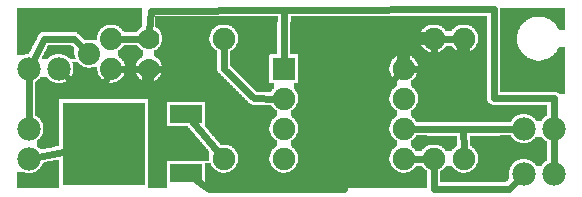
<source format=gbl>
G04 MADE WITH FRITZING*
G04 WWW.FRITZING.ORG*
G04 SINGLE SIDED*
G04 HOLES NOT PLATED*
G04 CONTOUR ON CENTER OF CONTOUR VECTOR*
%ASAXBY*%
%FSLAX23Y23*%
%MOIN*%
%OFA0B0*%
%SFA1.0B1.0*%
%ADD10C,0.075000*%
%ADD11C,0.078000*%
%ADD12C,0.074000*%
%ADD13C,0.070000*%
%ADD14R,0.075000X0.075000*%
%ADD15R,0.275591X0.275591*%
%ADD16R,0.106299X0.059055*%
%ADD17C,0.024000*%
%LNCOPPER0*%
G90*
G70*
G54D10*
X1717Y413D03*
X833Y547D03*
X1428Y540D03*
X1428Y140D03*
X1528Y540D03*
X1528Y140D03*
X728Y140D03*
X728Y540D03*
X928Y440D03*
X1328Y440D03*
X928Y340D03*
X1328Y340D03*
X928Y240D03*
X1328Y240D03*
X928Y140D03*
X1328Y140D03*
G54D11*
X78Y240D03*
X78Y140D03*
X1828Y240D03*
X1728Y240D03*
X78Y440D03*
X178Y440D03*
X1828Y90D03*
X1728Y90D03*
G54D12*
X353Y540D03*
X278Y490D03*
X353Y440D03*
G54D13*
X478Y540D03*
X478Y440D03*
G54D14*
X928Y440D03*
G54D15*
X328Y190D03*
G54D16*
X601Y92D03*
X601Y289D03*
G54D17*
X228Y540D02*
X259Y509D01*
D02*
X92Y467D02*
X129Y540D01*
D02*
X129Y540D02*
X228Y540D01*
D02*
X78Y270D02*
X78Y410D01*
D02*
X328Y389D02*
X228Y389D01*
D02*
X228Y389D02*
X199Y419D01*
D02*
X341Y416D02*
X328Y389D01*
D02*
X452Y440D02*
X380Y440D01*
D02*
X452Y540D02*
X380Y540D01*
D02*
X622Y265D02*
X709Y162D01*
D02*
X728Y440D02*
X728Y512D01*
D02*
X827Y341D02*
X728Y440D01*
D02*
X899Y340D02*
X827Y341D01*
D02*
X1356Y140D02*
X1399Y140D01*
D02*
X1525Y239D02*
X1356Y240D01*
D02*
X1527Y169D02*
X1525Y239D01*
D02*
X1698Y240D02*
X1525Y239D01*
D02*
X1707Y69D02*
X1679Y40D01*
D02*
X1679Y40D02*
X1429Y40D01*
D02*
X1429Y40D02*
X1428Y112D01*
D02*
X1828Y210D02*
X1828Y120D01*
D02*
X107Y146D02*
X209Y166D01*
D02*
X1829Y341D02*
X1828Y270D01*
D02*
X1627Y341D02*
X1829Y341D01*
D02*
X1627Y639D02*
X1627Y341D01*
D02*
X929Y636D02*
X1627Y639D01*
D02*
X929Y636D02*
X928Y469D01*
D02*
X484Y634D02*
X929Y636D01*
D02*
X480Y566D02*
X484Y634D01*
D02*
X1499Y540D02*
X1456Y540D01*
D02*
X1428Y512D02*
X1429Y440D01*
D02*
X1429Y440D02*
X1356Y440D01*
D02*
X677Y40D02*
X636Y68D01*
D02*
X827Y40D02*
X677Y40D01*
D02*
X628Y440D02*
X827Y239D01*
D02*
X827Y239D02*
X827Y40D01*
D02*
X504Y440D02*
X628Y440D01*
D02*
X1128Y239D02*
X1308Y420D01*
D02*
X1128Y40D02*
X1128Y239D01*
D02*
X827Y40D02*
X1128Y40D01*
G36*
X40Y641D02*
X40Y587D01*
X364Y587D01*
X364Y585D01*
X370Y585D01*
X370Y583D01*
X374Y583D01*
X374Y581D01*
X378Y581D01*
X378Y579D01*
X380Y579D01*
X380Y577D01*
X384Y577D01*
X384Y575D01*
X386Y575D01*
X386Y573D01*
X388Y573D01*
X388Y571D01*
X390Y571D01*
X390Y567D01*
X392Y567D01*
X392Y565D01*
X394Y565D01*
X394Y563D01*
X440Y563D01*
X440Y567D01*
X442Y567D01*
X442Y569D01*
X444Y569D01*
X444Y571D01*
X446Y571D01*
X446Y573D01*
X448Y573D01*
X448Y575D01*
X450Y575D01*
X450Y577D01*
X452Y577D01*
X452Y579D01*
X456Y579D01*
X456Y641D01*
X40Y641D01*
G37*
D02*
G36*
X40Y587D02*
X40Y563D01*
X228Y563D01*
X228Y561D01*
X238Y561D01*
X238Y559D01*
X240Y559D01*
X240Y557D01*
X244Y557D01*
X244Y555D01*
X246Y555D01*
X246Y553D01*
X248Y553D01*
X248Y551D01*
X250Y551D01*
X250Y549D01*
X252Y549D01*
X252Y547D01*
X254Y547D01*
X254Y545D01*
X256Y545D01*
X256Y543D01*
X258Y543D01*
X258Y541D01*
X260Y541D01*
X260Y539D01*
X262Y539D01*
X262Y537D01*
X306Y537D01*
X306Y551D01*
X308Y551D01*
X308Y557D01*
X310Y557D01*
X310Y561D01*
X312Y561D01*
X312Y565D01*
X314Y565D01*
X314Y569D01*
X316Y569D01*
X316Y571D01*
X318Y571D01*
X318Y573D01*
X320Y573D01*
X320Y575D01*
X322Y575D01*
X322Y577D01*
X324Y577D01*
X324Y579D01*
X328Y579D01*
X328Y581D01*
X332Y581D01*
X332Y583D01*
X336Y583D01*
X336Y585D01*
X342Y585D01*
X342Y587D01*
X40Y587D01*
G37*
D02*
G36*
X40Y563D02*
X40Y485D01*
X60Y485D01*
X60Y487D01*
X66Y487D01*
X66Y489D01*
X78Y489D01*
X78Y491D01*
X80Y491D01*
X80Y495D01*
X82Y495D01*
X82Y499D01*
X84Y499D01*
X84Y503D01*
X86Y503D01*
X86Y507D01*
X88Y507D01*
X88Y511D01*
X90Y511D01*
X90Y515D01*
X92Y515D01*
X92Y519D01*
X94Y519D01*
X94Y523D01*
X96Y523D01*
X96Y525D01*
X98Y525D01*
X98Y529D01*
X100Y529D01*
X100Y533D01*
X102Y533D01*
X102Y537D01*
X104Y537D01*
X104Y541D01*
X106Y541D01*
X106Y545D01*
X108Y545D01*
X108Y549D01*
X110Y549D01*
X110Y553D01*
X112Y553D01*
X112Y555D01*
X114Y555D01*
X114Y557D01*
X116Y557D01*
X116Y559D01*
X120Y559D01*
X120Y561D01*
X128Y561D01*
X128Y563D01*
X40Y563D01*
G37*
D02*
G36*
X1650Y641D02*
X1650Y613D01*
X1792Y613D01*
X1792Y611D01*
X1800Y611D01*
X1800Y609D01*
X1806Y609D01*
X1806Y607D01*
X1810Y607D01*
X1810Y605D01*
X1814Y605D01*
X1814Y603D01*
X1816Y603D01*
X1816Y601D01*
X1820Y601D01*
X1820Y599D01*
X1822Y599D01*
X1822Y597D01*
X1826Y597D01*
X1826Y595D01*
X1828Y595D01*
X1828Y593D01*
X1830Y593D01*
X1830Y591D01*
X1832Y591D01*
X1832Y589D01*
X1834Y589D01*
X1834Y585D01*
X1836Y585D01*
X1836Y583D01*
X1838Y583D01*
X1838Y581D01*
X1840Y581D01*
X1840Y577D01*
X1842Y577D01*
X1842Y573D01*
X1844Y573D01*
X1844Y569D01*
X1864Y569D01*
X1864Y641D01*
X1650Y641D01*
G37*
D02*
G36*
X1650Y613D02*
X1650Y467D01*
X1770Y467D01*
X1770Y469D01*
X1760Y469D01*
X1760Y471D01*
X1754Y471D01*
X1754Y473D01*
X1748Y473D01*
X1748Y475D01*
X1744Y475D01*
X1744Y477D01*
X1740Y477D01*
X1740Y479D01*
X1738Y479D01*
X1738Y481D01*
X1734Y481D01*
X1734Y483D01*
X1732Y483D01*
X1732Y485D01*
X1730Y485D01*
X1730Y487D01*
X1728Y487D01*
X1728Y489D01*
X1726Y489D01*
X1726Y491D01*
X1724Y491D01*
X1724Y493D01*
X1722Y493D01*
X1722Y495D01*
X1720Y495D01*
X1720Y497D01*
X1718Y497D01*
X1718Y501D01*
X1716Y501D01*
X1716Y503D01*
X1714Y503D01*
X1714Y507D01*
X1712Y507D01*
X1712Y511D01*
X1710Y511D01*
X1710Y517D01*
X1708Y517D01*
X1708Y523D01*
X1706Y523D01*
X1706Y537D01*
X1704Y537D01*
X1704Y543D01*
X1706Y543D01*
X1706Y557D01*
X1708Y557D01*
X1708Y565D01*
X1710Y565D01*
X1710Y569D01*
X1712Y569D01*
X1712Y573D01*
X1714Y573D01*
X1714Y577D01*
X1716Y577D01*
X1716Y581D01*
X1718Y581D01*
X1718Y583D01*
X1720Y583D01*
X1720Y587D01*
X1722Y587D01*
X1722Y589D01*
X1724Y589D01*
X1724Y591D01*
X1726Y591D01*
X1726Y593D01*
X1728Y593D01*
X1728Y595D01*
X1730Y595D01*
X1730Y597D01*
X1734Y597D01*
X1734Y599D01*
X1736Y599D01*
X1736Y601D01*
X1738Y601D01*
X1738Y603D01*
X1742Y603D01*
X1742Y605D01*
X1746Y605D01*
X1746Y607D01*
X1750Y607D01*
X1750Y609D01*
X1756Y609D01*
X1756Y611D01*
X1764Y611D01*
X1764Y613D01*
X1650Y613D01*
G37*
D02*
G36*
X1844Y513D02*
X1844Y509D01*
X1842Y509D01*
X1842Y505D01*
X1840Y505D01*
X1840Y501D01*
X1838Y501D01*
X1838Y497D01*
X1836Y497D01*
X1836Y495D01*
X1834Y495D01*
X1834Y493D01*
X1832Y493D01*
X1832Y491D01*
X1830Y491D01*
X1830Y489D01*
X1828Y489D01*
X1828Y487D01*
X1826Y487D01*
X1826Y485D01*
X1824Y485D01*
X1824Y483D01*
X1822Y483D01*
X1822Y481D01*
X1818Y481D01*
X1818Y479D01*
X1816Y479D01*
X1816Y477D01*
X1812Y477D01*
X1812Y475D01*
X1808Y475D01*
X1808Y473D01*
X1802Y473D01*
X1802Y471D01*
X1796Y471D01*
X1796Y469D01*
X1786Y469D01*
X1786Y467D01*
X1864Y467D01*
X1864Y513D01*
X1844Y513D01*
G37*
D02*
G36*
X1650Y467D02*
X1650Y465D01*
X1864Y465D01*
X1864Y467D01*
X1650Y467D01*
G37*
D02*
G36*
X1650Y467D02*
X1650Y465D01*
X1864Y465D01*
X1864Y467D01*
X1650Y467D01*
G37*
D02*
G36*
X1650Y465D02*
X1650Y363D01*
X1836Y363D01*
X1836Y361D01*
X1840Y361D01*
X1840Y359D01*
X1844Y359D01*
X1844Y357D01*
X1864Y357D01*
X1864Y465D01*
X1650Y465D01*
G37*
D02*
G36*
X142Y519D02*
X142Y515D01*
X140Y515D01*
X140Y511D01*
X138Y511D01*
X138Y507D01*
X136Y507D01*
X136Y503D01*
X134Y503D01*
X134Y499D01*
X132Y499D01*
X132Y495D01*
X130Y495D01*
X130Y491D01*
X128Y491D01*
X128Y489D01*
X190Y489D01*
X190Y487D01*
X196Y487D01*
X196Y485D01*
X200Y485D01*
X200Y483D01*
X204Y483D01*
X204Y481D01*
X206Y481D01*
X206Y479D01*
X208Y479D01*
X208Y477D01*
X212Y477D01*
X212Y475D01*
X214Y475D01*
X214Y473D01*
X234Y473D01*
X234Y477D01*
X232Y477D01*
X232Y487D01*
X230Y487D01*
X230Y509D01*
X228Y509D01*
X228Y511D01*
X226Y511D01*
X226Y513D01*
X224Y513D01*
X224Y515D01*
X222Y515D01*
X222Y517D01*
X220Y517D01*
X220Y519D01*
X142Y519D01*
G37*
D02*
G36*
X128Y489D02*
X128Y487D01*
X126Y487D01*
X126Y485D01*
X124Y485D01*
X124Y481D01*
X122Y481D01*
X122Y473D01*
X142Y473D01*
X142Y475D01*
X144Y475D01*
X144Y477D01*
X146Y477D01*
X146Y479D01*
X150Y479D01*
X150Y481D01*
X152Y481D01*
X152Y483D01*
X156Y483D01*
X156Y485D01*
X160Y485D01*
X160Y487D01*
X166Y487D01*
X166Y489D01*
X128Y489D01*
G37*
D02*
G36*
X1370Y219D02*
X1370Y217D01*
X1368Y217D01*
X1368Y213D01*
X1366Y213D01*
X1366Y211D01*
X1364Y211D01*
X1364Y209D01*
X1362Y209D01*
X1362Y207D01*
X1360Y207D01*
X1360Y205D01*
X1358Y205D01*
X1358Y203D01*
X1356Y203D01*
X1356Y201D01*
X1352Y201D01*
X1352Y187D01*
X1440Y187D01*
X1440Y185D01*
X1446Y185D01*
X1446Y183D01*
X1450Y183D01*
X1450Y181D01*
X1454Y181D01*
X1454Y179D01*
X1456Y179D01*
X1456Y177D01*
X1460Y177D01*
X1460Y175D01*
X1462Y175D01*
X1462Y173D01*
X1464Y173D01*
X1464Y169D01*
X1466Y169D01*
X1466Y167D01*
X1468Y167D01*
X1468Y165D01*
X1488Y165D01*
X1488Y167D01*
X1490Y167D01*
X1490Y171D01*
X1492Y171D01*
X1492Y173D01*
X1494Y173D01*
X1494Y175D01*
X1496Y175D01*
X1496Y177D01*
X1500Y177D01*
X1500Y179D01*
X1502Y179D01*
X1502Y181D01*
X1504Y181D01*
X1504Y217D01*
X1404Y217D01*
X1404Y219D01*
X1370Y219D01*
G37*
D02*
G36*
X1352Y187D02*
X1352Y181D01*
X1354Y181D01*
X1354Y179D01*
X1356Y179D01*
X1356Y177D01*
X1360Y177D01*
X1360Y175D01*
X1362Y175D01*
X1362Y173D01*
X1364Y173D01*
X1364Y169D01*
X1366Y169D01*
X1366Y167D01*
X1368Y167D01*
X1368Y165D01*
X1388Y165D01*
X1388Y167D01*
X1390Y167D01*
X1390Y171D01*
X1392Y171D01*
X1392Y173D01*
X1394Y173D01*
X1394Y175D01*
X1396Y175D01*
X1396Y177D01*
X1400Y177D01*
X1400Y179D01*
X1402Y179D01*
X1402Y181D01*
X1406Y181D01*
X1406Y183D01*
X1408Y183D01*
X1408Y185D01*
X1416Y185D01*
X1416Y187D01*
X1352Y187D01*
G37*
D02*
G36*
X500Y617D02*
X500Y587D01*
X740Y587D01*
X740Y585D01*
X746Y585D01*
X746Y583D01*
X750Y583D01*
X750Y581D01*
X754Y581D01*
X754Y579D01*
X756Y579D01*
X756Y577D01*
X760Y577D01*
X760Y575D01*
X762Y575D01*
X762Y573D01*
X764Y573D01*
X764Y569D01*
X766Y569D01*
X766Y567D01*
X768Y567D01*
X768Y563D01*
X770Y563D01*
X770Y561D01*
X772Y561D01*
X772Y555D01*
X774Y555D01*
X774Y545D01*
X776Y545D01*
X776Y535D01*
X774Y535D01*
X774Y527D01*
X772Y527D01*
X772Y521D01*
X770Y521D01*
X770Y517D01*
X768Y517D01*
X768Y513D01*
X766Y513D01*
X766Y511D01*
X764Y511D01*
X764Y509D01*
X762Y509D01*
X762Y507D01*
X760Y507D01*
X760Y505D01*
X758Y505D01*
X758Y503D01*
X756Y503D01*
X756Y501D01*
X752Y501D01*
X752Y499D01*
X750Y499D01*
X750Y449D01*
X752Y449D01*
X752Y447D01*
X754Y447D01*
X754Y445D01*
X756Y445D01*
X756Y443D01*
X758Y443D01*
X758Y441D01*
X760Y441D01*
X760Y439D01*
X762Y439D01*
X762Y437D01*
X764Y437D01*
X764Y435D01*
X766Y435D01*
X766Y433D01*
X768Y433D01*
X768Y431D01*
X770Y431D01*
X770Y429D01*
X772Y429D01*
X772Y427D01*
X774Y427D01*
X774Y425D01*
X776Y425D01*
X776Y423D01*
X778Y423D01*
X778Y421D01*
X780Y421D01*
X780Y419D01*
X782Y419D01*
X782Y417D01*
X784Y417D01*
X784Y415D01*
X786Y415D01*
X786Y413D01*
X788Y413D01*
X788Y411D01*
X790Y411D01*
X790Y409D01*
X792Y409D01*
X792Y407D01*
X794Y407D01*
X794Y405D01*
X796Y405D01*
X796Y403D01*
X798Y403D01*
X798Y401D01*
X800Y401D01*
X800Y399D01*
X802Y399D01*
X802Y397D01*
X804Y397D01*
X804Y395D01*
X806Y395D01*
X806Y393D01*
X808Y393D01*
X808Y391D01*
X810Y391D01*
X810Y389D01*
X812Y389D01*
X812Y387D01*
X814Y387D01*
X814Y385D01*
X816Y385D01*
X816Y383D01*
X818Y383D01*
X818Y381D01*
X820Y381D01*
X820Y379D01*
X822Y379D01*
X822Y377D01*
X824Y377D01*
X824Y375D01*
X826Y375D01*
X826Y373D01*
X828Y373D01*
X828Y371D01*
X830Y371D01*
X830Y369D01*
X832Y369D01*
X832Y367D01*
X834Y367D01*
X834Y365D01*
X836Y365D01*
X836Y363D01*
X886Y363D01*
X886Y365D01*
X888Y365D01*
X888Y367D01*
X890Y367D01*
X890Y371D01*
X892Y371D01*
X892Y373D01*
X894Y373D01*
X894Y393D01*
X880Y393D01*
X880Y487D01*
X882Y487D01*
X882Y489D01*
X906Y489D01*
X906Y595D01*
X908Y595D01*
X908Y615D01*
X690Y615D01*
X690Y617D01*
X500Y617D01*
G37*
D02*
G36*
X1298Y617D02*
X1298Y615D01*
X952Y615D01*
X952Y595D01*
X950Y595D01*
X950Y587D01*
X1540Y587D01*
X1540Y585D01*
X1546Y585D01*
X1546Y583D01*
X1550Y583D01*
X1550Y581D01*
X1554Y581D01*
X1554Y579D01*
X1556Y579D01*
X1556Y577D01*
X1560Y577D01*
X1560Y575D01*
X1562Y575D01*
X1562Y573D01*
X1564Y573D01*
X1564Y569D01*
X1566Y569D01*
X1566Y567D01*
X1568Y567D01*
X1568Y563D01*
X1570Y563D01*
X1570Y561D01*
X1572Y561D01*
X1572Y555D01*
X1574Y555D01*
X1574Y545D01*
X1576Y545D01*
X1576Y535D01*
X1574Y535D01*
X1574Y527D01*
X1572Y527D01*
X1572Y521D01*
X1570Y521D01*
X1570Y517D01*
X1568Y517D01*
X1568Y513D01*
X1566Y513D01*
X1566Y511D01*
X1564Y511D01*
X1564Y509D01*
X1562Y509D01*
X1562Y507D01*
X1560Y507D01*
X1560Y505D01*
X1558Y505D01*
X1558Y503D01*
X1556Y503D01*
X1556Y501D01*
X1552Y501D01*
X1552Y499D01*
X1548Y499D01*
X1548Y497D01*
X1544Y497D01*
X1544Y495D01*
X1536Y495D01*
X1536Y493D01*
X1606Y493D01*
X1606Y617D01*
X1298Y617D01*
G37*
D02*
G36*
X500Y587D02*
X500Y579D01*
X502Y579D01*
X502Y577D01*
X506Y577D01*
X506Y575D01*
X508Y575D01*
X508Y573D01*
X510Y573D01*
X510Y571D01*
X512Y571D01*
X512Y569D01*
X514Y569D01*
X514Y565D01*
X516Y565D01*
X516Y563D01*
X518Y563D01*
X518Y559D01*
X520Y559D01*
X520Y553D01*
X522Y553D01*
X522Y529D01*
X520Y529D01*
X520Y523D01*
X518Y523D01*
X518Y519D01*
X516Y519D01*
X516Y515D01*
X514Y515D01*
X514Y513D01*
X512Y513D01*
X512Y511D01*
X510Y511D01*
X510Y509D01*
X508Y509D01*
X508Y507D01*
X506Y507D01*
X506Y505D01*
X504Y505D01*
X504Y503D01*
X500Y503D01*
X500Y501D01*
X496Y501D01*
X496Y481D01*
X498Y481D01*
X498Y479D01*
X502Y479D01*
X502Y477D01*
X506Y477D01*
X506Y475D01*
X508Y475D01*
X508Y473D01*
X510Y473D01*
X510Y471D01*
X512Y471D01*
X512Y469D01*
X514Y469D01*
X514Y465D01*
X516Y465D01*
X516Y463D01*
X518Y463D01*
X518Y459D01*
X520Y459D01*
X520Y453D01*
X522Y453D01*
X522Y429D01*
X520Y429D01*
X520Y423D01*
X518Y423D01*
X518Y419D01*
X516Y419D01*
X516Y415D01*
X514Y415D01*
X514Y413D01*
X512Y413D01*
X512Y411D01*
X510Y411D01*
X510Y409D01*
X508Y409D01*
X508Y407D01*
X506Y407D01*
X506Y405D01*
X504Y405D01*
X504Y403D01*
X500Y403D01*
X500Y401D01*
X498Y401D01*
X498Y399D01*
X492Y399D01*
X492Y397D01*
X484Y397D01*
X484Y395D01*
X742Y395D01*
X742Y397D01*
X740Y397D01*
X740Y399D01*
X738Y399D01*
X738Y401D01*
X736Y401D01*
X736Y403D01*
X734Y403D01*
X734Y405D01*
X732Y405D01*
X732Y407D01*
X730Y407D01*
X730Y409D01*
X728Y409D01*
X728Y411D01*
X726Y411D01*
X726Y413D01*
X724Y413D01*
X724Y415D01*
X722Y415D01*
X722Y417D01*
X720Y417D01*
X720Y419D01*
X718Y419D01*
X718Y421D01*
X716Y421D01*
X716Y423D01*
X714Y423D01*
X714Y425D01*
X712Y425D01*
X712Y427D01*
X710Y427D01*
X710Y429D01*
X708Y429D01*
X708Y433D01*
X706Y433D01*
X706Y499D01*
X704Y499D01*
X704Y501D01*
X700Y501D01*
X700Y503D01*
X698Y503D01*
X698Y505D01*
X696Y505D01*
X696Y507D01*
X694Y507D01*
X694Y509D01*
X692Y509D01*
X692Y511D01*
X690Y511D01*
X690Y513D01*
X688Y513D01*
X688Y517D01*
X686Y517D01*
X686Y521D01*
X684Y521D01*
X684Y525D01*
X682Y525D01*
X682Y533D01*
X680Y533D01*
X680Y547D01*
X682Y547D01*
X682Y555D01*
X684Y555D01*
X684Y561D01*
X686Y561D01*
X686Y565D01*
X688Y565D01*
X688Y567D01*
X690Y567D01*
X690Y571D01*
X692Y571D01*
X692Y573D01*
X694Y573D01*
X694Y575D01*
X696Y575D01*
X696Y577D01*
X700Y577D01*
X700Y579D01*
X702Y579D01*
X702Y581D01*
X706Y581D01*
X706Y583D01*
X708Y583D01*
X708Y585D01*
X716Y585D01*
X716Y587D01*
X500Y587D01*
G37*
D02*
G36*
X950Y587D02*
X950Y493D01*
X1418Y493D01*
X1418Y495D01*
X1412Y495D01*
X1412Y497D01*
X1408Y497D01*
X1408Y499D01*
X1404Y499D01*
X1404Y501D01*
X1400Y501D01*
X1400Y503D01*
X1398Y503D01*
X1398Y505D01*
X1396Y505D01*
X1396Y507D01*
X1394Y507D01*
X1394Y509D01*
X1392Y509D01*
X1392Y511D01*
X1390Y511D01*
X1390Y513D01*
X1388Y513D01*
X1388Y517D01*
X1386Y517D01*
X1386Y521D01*
X1384Y521D01*
X1384Y525D01*
X1382Y525D01*
X1382Y533D01*
X1380Y533D01*
X1380Y547D01*
X1382Y547D01*
X1382Y555D01*
X1384Y555D01*
X1384Y561D01*
X1386Y561D01*
X1386Y565D01*
X1388Y565D01*
X1388Y567D01*
X1390Y567D01*
X1390Y571D01*
X1392Y571D01*
X1392Y573D01*
X1394Y573D01*
X1394Y575D01*
X1396Y575D01*
X1396Y577D01*
X1400Y577D01*
X1400Y579D01*
X1402Y579D01*
X1402Y581D01*
X1406Y581D01*
X1406Y583D01*
X1408Y583D01*
X1408Y585D01*
X1416Y585D01*
X1416Y587D01*
X950Y587D01*
G37*
D02*
G36*
X1440Y587D02*
X1440Y585D01*
X1446Y585D01*
X1446Y583D01*
X1450Y583D01*
X1450Y581D01*
X1454Y581D01*
X1454Y579D01*
X1456Y579D01*
X1456Y577D01*
X1460Y577D01*
X1460Y575D01*
X1462Y575D01*
X1462Y573D01*
X1464Y573D01*
X1464Y569D01*
X1466Y569D01*
X1466Y567D01*
X1468Y567D01*
X1468Y565D01*
X1488Y565D01*
X1488Y567D01*
X1490Y567D01*
X1490Y571D01*
X1492Y571D01*
X1492Y573D01*
X1494Y573D01*
X1494Y575D01*
X1496Y575D01*
X1496Y577D01*
X1500Y577D01*
X1500Y579D01*
X1502Y579D01*
X1502Y581D01*
X1506Y581D01*
X1506Y583D01*
X1508Y583D01*
X1508Y585D01*
X1516Y585D01*
X1516Y587D01*
X1440Y587D01*
G37*
D02*
G36*
X394Y519D02*
X394Y517D01*
X392Y517D01*
X392Y513D01*
X390Y513D01*
X390Y511D01*
X388Y511D01*
X388Y509D01*
X386Y509D01*
X386Y507D01*
X384Y507D01*
X384Y505D01*
X382Y505D01*
X382Y503D01*
X380Y503D01*
X380Y501D01*
X376Y501D01*
X376Y481D01*
X378Y481D01*
X378Y479D01*
X380Y479D01*
X380Y477D01*
X384Y477D01*
X384Y475D01*
X386Y475D01*
X386Y473D01*
X388Y473D01*
X388Y471D01*
X390Y471D01*
X390Y467D01*
X392Y467D01*
X392Y465D01*
X394Y465D01*
X394Y461D01*
X396Y461D01*
X396Y455D01*
X398Y455D01*
X398Y449D01*
X400Y449D01*
X400Y433D01*
X398Y433D01*
X398Y425D01*
X396Y425D01*
X396Y421D01*
X394Y421D01*
X394Y417D01*
X392Y417D01*
X392Y413D01*
X390Y413D01*
X390Y411D01*
X388Y411D01*
X388Y409D01*
X386Y409D01*
X386Y407D01*
X384Y407D01*
X384Y405D01*
X382Y405D01*
X382Y403D01*
X380Y403D01*
X380Y401D01*
X376Y401D01*
X376Y399D01*
X372Y399D01*
X372Y397D01*
X368Y397D01*
X368Y395D01*
X472Y395D01*
X472Y397D01*
X464Y397D01*
X464Y399D01*
X458Y399D01*
X458Y401D01*
X456Y401D01*
X456Y403D01*
X452Y403D01*
X452Y405D01*
X450Y405D01*
X450Y407D01*
X446Y407D01*
X446Y409D01*
X444Y409D01*
X444Y413D01*
X442Y413D01*
X442Y415D01*
X440Y415D01*
X440Y419D01*
X438Y419D01*
X438Y421D01*
X436Y421D01*
X436Y427D01*
X434Y427D01*
X434Y437D01*
X432Y437D01*
X432Y443D01*
X434Y443D01*
X434Y453D01*
X436Y453D01*
X436Y459D01*
X438Y459D01*
X438Y463D01*
X440Y463D01*
X440Y467D01*
X442Y467D01*
X442Y469D01*
X444Y469D01*
X444Y471D01*
X446Y471D01*
X446Y473D01*
X448Y473D01*
X448Y475D01*
X450Y475D01*
X450Y477D01*
X454Y477D01*
X454Y479D01*
X456Y479D01*
X456Y481D01*
X458Y481D01*
X458Y501D01*
X456Y501D01*
X456Y503D01*
X452Y503D01*
X452Y505D01*
X450Y505D01*
X450Y507D01*
X448Y507D01*
X448Y509D01*
X446Y509D01*
X446Y511D01*
X444Y511D01*
X444Y513D01*
X442Y513D01*
X442Y515D01*
X440Y515D01*
X440Y519D01*
X394Y519D01*
G37*
D02*
G36*
X1468Y517D02*
X1468Y513D01*
X1466Y513D01*
X1466Y511D01*
X1464Y511D01*
X1464Y509D01*
X1462Y509D01*
X1462Y507D01*
X1460Y507D01*
X1460Y505D01*
X1458Y505D01*
X1458Y503D01*
X1456Y503D01*
X1456Y501D01*
X1452Y501D01*
X1452Y499D01*
X1448Y499D01*
X1448Y497D01*
X1444Y497D01*
X1444Y495D01*
X1436Y495D01*
X1436Y493D01*
X1518Y493D01*
X1518Y495D01*
X1512Y495D01*
X1512Y497D01*
X1508Y497D01*
X1508Y499D01*
X1504Y499D01*
X1504Y501D01*
X1500Y501D01*
X1500Y503D01*
X1498Y503D01*
X1498Y505D01*
X1496Y505D01*
X1496Y507D01*
X1494Y507D01*
X1494Y509D01*
X1492Y509D01*
X1492Y511D01*
X1490Y511D01*
X1490Y513D01*
X1488Y513D01*
X1488Y517D01*
X1468Y517D01*
G37*
D02*
G36*
X950Y493D02*
X950Y491D01*
X1606Y491D01*
X1606Y493D01*
X950Y493D01*
G37*
D02*
G36*
X950Y493D02*
X950Y491D01*
X1606Y491D01*
X1606Y493D01*
X950Y493D01*
G37*
D02*
G36*
X950Y493D02*
X950Y491D01*
X1606Y491D01*
X1606Y493D01*
X950Y493D01*
G37*
D02*
G36*
X950Y491D02*
X950Y489D01*
X974Y489D01*
X974Y487D01*
X1340Y487D01*
X1340Y485D01*
X1346Y485D01*
X1346Y483D01*
X1350Y483D01*
X1350Y481D01*
X1354Y481D01*
X1354Y479D01*
X1356Y479D01*
X1356Y477D01*
X1360Y477D01*
X1360Y475D01*
X1362Y475D01*
X1362Y473D01*
X1364Y473D01*
X1364Y469D01*
X1366Y469D01*
X1366Y467D01*
X1368Y467D01*
X1368Y463D01*
X1370Y463D01*
X1370Y461D01*
X1372Y461D01*
X1372Y455D01*
X1374Y455D01*
X1374Y445D01*
X1376Y445D01*
X1376Y435D01*
X1374Y435D01*
X1374Y427D01*
X1372Y427D01*
X1372Y421D01*
X1370Y421D01*
X1370Y417D01*
X1368Y417D01*
X1368Y413D01*
X1366Y413D01*
X1366Y411D01*
X1364Y411D01*
X1364Y409D01*
X1362Y409D01*
X1362Y407D01*
X1360Y407D01*
X1360Y405D01*
X1358Y405D01*
X1358Y403D01*
X1356Y403D01*
X1356Y401D01*
X1352Y401D01*
X1352Y381D01*
X1354Y381D01*
X1354Y379D01*
X1356Y379D01*
X1356Y377D01*
X1360Y377D01*
X1360Y375D01*
X1362Y375D01*
X1362Y373D01*
X1364Y373D01*
X1364Y369D01*
X1366Y369D01*
X1366Y367D01*
X1368Y367D01*
X1368Y363D01*
X1370Y363D01*
X1370Y361D01*
X1372Y361D01*
X1372Y355D01*
X1374Y355D01*
X1374Y345D01*
X1376Y345D01*
X1376Y335D01*
X1374Y335D01*
X1374Y327D01*
X1372Y327D01*
X1372Y321D01*
X1370Y321D01*
X1370Y317D01*
X1368Y317D01*
X1368Y313D01*
X1366Y313D01*
X1366Y311D01*
X1364Y311D01*
X1364Y309D01*
X1362Y309D01*
X1362Y307D01*
X1360Y307D01*
X1360Y305D01*
X1358Y305D01*
X1358Y303D01*
X1356Y303D01*
X1356Y301D01*
X1352Y301D01*
X1352Y289D01*
X1740Y289D01*
X1740Y287D01*
X1746Y287D01*
X1746Y285D01*
X1750Y285D01*
X1750Y283D01*
X1754Y283D01*
X1754Y281D01*
X1756Y281D01*
X1756Y279D01*
X1758Y279D01*
X1758Y277D01*
X1762Y277D01*
X1762Y275D01*
X1764Y275D01*
X1764Y273D01*
X1766Y273D01*
X1766Y269D01*
X1768Y269D01*
X1768Y267D01*
X1788Y267D01*
X1788Y269D01*
X1790Y269D01*
X1790Y273D01*
X1792Y273D01*
X1792Y275D01*
X1794Y275D01*
X1794Y277D01*
X1796Y277D01*
X1796Y279D01*
X1800Y279D01*
X1800Y281D01*
X1802Y281D01*
X1802Y283D01*
X1806Y283D01*
X1806Y319D01*
X1622Y319D01*
X1622Y321D01*
X1618Y321D01*
X1618Y323D01*
X1614Y323D01*
X1614Y325D01*
X1612Y325D01*
X1612Y327D01*
X1610Y327D01*
X1610Y329D01*
X1608Y329D01*
X1608Y333D01*
X1606Y333D01*
X1606Y491D01*
X950Y491D01*
G37*
D02*
G36*
X976Y487D02*
X976Y393D01*
X962Y393D01*
X962Y373D01*
X964Y373D01*
X964Y369D01*
X966Y369D01*
X966Y367D01*
X968Y367D01*
X968Y363D01*
X970Y363D01*
X970Y361D01*
X972Y361D01*
X972Y355D01*
X974Y355D01*
X974Y345D01*
X976Y345D01*
X976Y335D01*
X974Y335D01*
X974Y327D01*
X972Y327D01*
X972Y321D01*
X970Y321D01*
X970Y317D01*
X968Y317D01*
X968Y313D01*
X966Y313D01*
X966Y311D01*
X964Y311D01*
X964Y309D01*
X962Y309D01*
X962Y307D01*
X960Y307D01*
X960Y305D01*
X958Y305D01*
X958Y303D01*
X956Y303D01*
X956Y301D01*
X952Y301D01*
X952Y281D01*
X954Y281D01*
X954Y279D01*
X956Y279D01*
X956Y277D01*
X960Y277D01*
X960Y275D01*
X962Y275D01*
X962Y273D01*
X964Y273D01*
X964Y269D01*
X966Y269D01*
X966Y267D01*
X968Y267D01*
X968Y263D01*
X970Y263D01*
X970Y261D01*
X972Y261D01*
X972Y255D01*
X974Y255D01*
X974Y245D01*
X976Y245D01*
X976Y235D01*
X974Y235D01*
X974Y227D01*
X972Y227D01*
X972Y221D01*
X970Y221D01*
X970Y217D01*
X968Y217D01*
X968Y213D01*
X966Y213D01*
X966Y211D01*
X964Y211D01*
X964Y209D01*
X962Y209D01*
X962Y207D01*
X960Y207D01*
X960Y205D01*
X958Y205D01*
X958Y203D01*
X956Y203D01*
X956Y201D01*
X952Y201D01*
X952Y181D01*
X954Y181D01*
X954Y179D01*
X956Y179D01*
X956Y177D01*
X960Y177D01*
X960Y175D01*
X962Y175D01*
X962Y173D01*
X964Y173D01*
X964Y169D01*
X966Y169D01*
X966Y167D01*
X968Y167D01*
X968Y163D01*
X970Y163D01*
X970Y161D01*
X972Y161D01*
X972Y155D01*
X974Y155D01*
X974Y145D01*
X976Y145D01*
X976Y135D01*
X974Y135D01*
X974Y127D01*
X972Y127D01*
X972Y121D01*
X970Y121D01*
X970Y117D01*
X968Y117D01*
X968Y113D01*
X966Y113D01*
X966Y111D01*
X964Y111D01*
X964Y109D01*
X962Y109D01*
X962Y107D01*
X960Y107D01*
X960Y105D01*
X958Y105D01*
X958Y103D01*
X956Y103D01*
X956Y101D01*
X952Y101D01*
X952Y99D01*
X948Y99D01*
X948Y97D01*
X944Y97D01*
X944Y95D01*
X936Y95D01*
X936Y93D01*
X1318Y93D01*
X1318Y95D01*
X1312Y95D01*
X1312Y97D01*
X1308Y97D01*
X1308Y99D01*
X1304Y99D01*
X1304Y101D01*
X1300Y101D01*
X1300Y103D01*
X1298Y103D01*
X1298Y105D01*
X1296Y105D01*
X1296Y107D01*
X1294Y107D01*
X1294Y109D01*
X1292Y109D01*
X1292Y111D01*
X1290Y111D01*
X1290Y113D01*
X1288Y113D01*
X1288Y117D01*
X1286Y117D01*
X1286Y121D01*
X1284Y121D01*
X1284Y125D01*
X1282Y125D01*
X1282Y133D01*
X1280Y133D01*
X1280Y147D01*
X1282Y147D01*
X1282Y155D01*
X1284Y155D01*
X1284Y161D01*
X1286Y161D01*
X1286Y165D01*
X1288Y165D01*
X1288Y167D01*
X1290Y167D01*
X1290Y171D01*
X1292Y171D01*
X1292Y173D01*
X1294Y173D01*
X1294Y175D01*
X1296Y175D01*
X1296Y177D01*
X1300Y177D01*
X1300Y179D01*
X1302Y179D01*
X1302Y181D01*
X1304Y181D01*
X1304Y201D01*
X1300Y201D01*
X1300Y203D01*
X1298Y203D01*
X1298Y205D01*
X1296Y205D01*
X1296Y207D01*
X1294Y207D01*
X1294Y209D01*
X1292Y209D01*
X1292Y211D01*
X1290Y211D01*
X1290Y213D01*
X1288Y213D01*
X1288Y217D01*
X1286Y217D01*
X1286Y221D01*
X1284Y221D01*
X1284Y225D01*
X1282Y225D01*
X1282Y233D01*
X1280Y233D01*
X1280Y247D01*
X1282Y247D01*
X1282Y255D01*
X1284Y255D01*
X1284Y261D01*
X1286Y261D01*
X1286Y265D01*
X1288Y265D01*
X1288Y267D01*
X1290Y267D01*
X1290Y271D01*
X1292Y271D01*
X1292Y273D01*
X1294Y273D01*
X1294Y275D01*
X1296Y275D01*
X1296Y277D01*
X1300Y277D01*
X1300Y279D01*
X1302Y279D01*
X1302Y281D01*
X1304Y281D01*
X1304Y301D01*
X1300Y301D01*
X1300Y303D01*
X1298Y303D01*
X1298Y305D01*
X1296Y305D01*
X1296Y307D01*
X1294Y307D01*
X1294Y309D01*
X1292Y309D01*
X1292Y311D01*
X1290Y311D01*
X1290Y313D01*
X1288Y313D01*
X1288Y317D01*
X1286Y317D01*
X1286Y321D01*
X1284Y321D01*
X1284Y325D01*
X1282Y325D01*
X1282Y333D01*
X1280Y333D01*
X1280Y347D01*
X1282Y347D01*
X1282Y355D01*
X1284Y355D01*
X1284Y361D01*
X1286Y361D01*
X1286Y365D01*
X1288Y365D01*
X1288Y367D01*
X1290Y367D01*
X1290Y371D01*
X1292Y371D01*
X1292Y373D01*
X1294Y373D01*
X1294Y375D01*
X1296Y375D01*
X1296Y377D01*
X1300Y377D01*
X1300Y379D01*
X1302Y379D01*
X1302Y381D01*
X1304Y381D01*
X1304Y401D01*
X1300Y401D01*
X1300Y403D01*
X1298Y403D01*
X1298Y405D01*
X1296Y405D01*
X1296Y407D01*
X1294Y407D01*
X1294Y409D01*
X1292Y409D01*
X1292Y411D01*
X1290Y411D01*
X1290Y413D01*
X1288Y413D01*
X1288Y417D01*
X1286Y417D01*
X1286Y421D01*
X1284Y421D01*
X1284Y425D01*
X1282Y425D01*
X1282Y433D01*
X1280Y433D01*
X1280Y447D01*
X1282Y447D01*
X1282Y455D01*
X1284Y455D01*
X1284Y461D01*
X1286Y461D01*
X1286Y465D01*
X1288Y465D01*
X1288Y467D01*
X1290Y467D01*
X1290Y471D01*
X1292Y471D01*
X1292Y473D01*
X1294Y473D01*
X1294Y475D01*
X1296Y475D01*
X1296Y477D01*
X1300Y477D01*
X1300Y479D01*
X1302Y479D01*
X1302Y481D01*
X1306Y481D01*
X1306Y483D01*
X1308Y483D01*
X1308Y485D01*
X1316Y485D01*
X1316Y487D01*
X976Y487D01*
G37*
D02*
G36*
X222Y461D02*
X222Y459D01*
X224Y459D01*
X224Y453D01*
X226Y453D01*
X226Y443D01*
X272Y443D01*
X272Y445D01*
X264Y445D01*
X264Y447D01*
X258Y447D01*
X258Y449D01*
X254Y449D01*
X254Y451D01*
X252Y451D01*
X252Y453D01*
X248Y453D01*
X248Y455D01*
X246Y455D01*
X246Y457D01*
X244Y457D01*
X244Y459D01*
X242Y459D01*
X242Y461D01*
X222Y461D01*
G37*
D02*
G36*
X284Y445D02*
X284Y443D01*
X306Y443D01*
X306Y445D01*
X284Y445D01*
G37*
D02*
G36*
X226Y443D02*
X226Y441D01*
X306Y441D01*
X306Y443D01*
X226Y443D01*
G37*
D02*
G36*
X226Y443D02*
X226Y441D01*
X306Y441D01*
X306Y443D01*
X226Y443D01*
G37*
D02*
G36*
X226Y441D02*
X226Y429D01*
X224Y429D01*
X224Y421D01*
X222Y421D01*
X222Y417D01*
X220Y417D01*
X220Y415D01*
X218Y415D01*
X218Y411D01*
X216Y411D01*
X216Y409D01*
X214Y409D01*
X214Y407D01*
X212Y407D01*
X212Y405D01*
X210Y405D01*
X210Y403D01*
X208Y403D01*
X208Y401D01*
X206Y401D01*
X206Y399D01*
X202Y399D01*
X202Y397D01*
X198Y397D01*
X198Y395D01*
X192Y395D01*
X192Y393D01*
X346Y393D01*
X346Y395D01*
X338Y395D01*
X338Y397D01*
X334Y397D01*
X334Y399D01*
X330Y399D01*
X330Y401D01*
X326Y401D01*
X326Y403D01*
X324Y403D01*
X324Y405D01*
X322Y405D01*
X322Y407D01*
X320Y407D01*
X320Y409D01*
X318Y409D01*
X318Y411D01*
X316Y411D01*
X316Y413D01*
X314Y413D01*
X314Y415D01*
X312Y415D01*
X312Y419D01*
X310Y419D01*
X310Y423D01*
X308Y423D01*
X308Y431D01*
X306Y431D01*
X306Y441D01*
X226Y441D01*
G37*
D02*
G36*
X118Y413D02*
X118Y411D01*
X116Y411D01*
X116Y409D01*
X114Y409D01*
X114Y407D01*
X112Y407D01*
X112Y405D01*
X110Y405D01*
X110Y403D01*
X108Y403D01*
X108Y401D01*
X106Y401D01*
X106Y399D01*
X102Y399D01*
X102Y397D01*
X100Y397D01*
X100Y391D01*
X172Y391D01*
X172Y393D01*
X164Y393D01*
X164Y395D01*
X158Y395D01*
X158Y397D01*
X154Y397D01*
X154Y399D01*
X150Y399D01*
X150Y401D01*
X148Y401D01*
X148Y403D01*
X146Y403D01*
X146Y405D01*
X144Y405D01*
X144Y407D01*
X142Y407D01*
X142Y409D01*
X140Y409D01*
X140Y411D01*
X138Y411D01*
X138Y413D01*
X118Y413D01*
G37*
D02*
G36*
X358Y395D02*
X358Y393D01*
X744Y393D01*
X744Y395D01*
X358Y395D01*
G37*
D02*
G36*
X358Y395D02*
X358Y393D01*
X744Y393D01*
X744Y395D01*
X358Y395D01*
G37*
D02*
G36*
X184Y393D02*
X184Y391D01*
X746Y391D01*
X746Y393D01*
X184Y393D01*
G37*
D02*
G36*
X184Y393D02*
X184Y391D01*
X746Y391D01*
X746Y393D01*
X184Y393D01*
G37*
D02*
G36*
X100Y391D02*
X100Y389D01*
X748Y389D01*
X748Y391D01*
X100Y391D01*
G37*
D02*
G36*
X100Y391D02*
X100Y389D01*
X748Y389D01*
X748Y391D01*
X100Y391D01*
G37*
D02*
G36*
X100Y389D02*
X100Y339D01*
X476Y339D01*
X476Y329D01*
X664Y329D01*
X664Y249D01*
X666Y249D01*
X666Y245D01*
X668Y245D01*
X668Y243D01*
X670Y243D01*
X670Y241D01*
X672Y241D01*
X672Y239D01*
X674Y239D01*
X674Y237D01*
X676Y237D01*
X676Y235D01*
X678Y235D01*
X678Y231D01*
X680Y231D01*
X680Y229D01*
X682Y229D01*
X682Y227D01*
X684Y227D01*
X684Y225D01*
X686Y225D01*
X686Y223D01*
X688Y223D01*
X688Y221D01*
X690Y221D01*
X690Y217D01*
X692Y217D01*
X692Y215D01*
X694Y215D01*
X694Y213D01*
X696Y213D01*
X696Y211D01*
X698Y211D01*
X698Y209D01*
X700Y209D01*
X700Y205D01*
X702Y205D01*
X702Y203D01*
X704Y203D01*
X704Y201D01*
X706Y201D01*
X706Y199D01*
X708Y199D01*
X708Y197D01*
X710Y197D01*
X710Y195D01*
X712Y195D01*
X712Y191D01*
X714Y191D01*
X714Y189D01*
X716Y189D01*
X716Y187D01*
X740Y187D01*
X740Y185D01*
X746Y185D01*
X746Y183D01*
X750Y183D01*
X750Y181D01*
X754Y181D01*
X754Y179D01*
X756Y179D01*
X756Y177D01*
X760Y177D01*
X760Y175D01*
X762Y175D01*
X762Y173D01*
X764Y173D01*
X764Y169D01*
X766Y169D01*
X766Y167D01*
X768Y167D01*
X768Y163D01*
X770Y163D01*
X770Y161D01*
X772Y161D01*
X772Y155D01*
X774Y155D01*
X774Y145D01*
X776Y145D01*
X776Y135D01*
X774Y135D01*
X774Y127D01*
X772Y127D01*
X772Y121D01*
X770Y121D01*
X770Y117D01*
X768Y117D01*
X768Y113D01*
X766Y113D01*
X766Y111D01*
X764Y111D01*
X764Y109D01*
X762Y109D01*
X762Y107D01*
X760Y107D01*
X760Y105D01*
X758Y105D01*
X758Y103D01*
X756Y103D01*
X756Y101D01*
X752Y101D01*
X752Y99D01*
X748Y99D01*
X748Y97D01*
X744Y97D01*
X744Y95D01*
X736Y95D01*
X736Y93D01*
X918Y93D01*
X918Y95D01*
X912Y95D01*
X912Y97D01*
X908Y97D01*
X908Y99D01*
X904Y99D01*
X904Y101D01*
X900Y101D01*
X900Y103D01*
X898Y103D01*
X898Y105D01*
X896Y105D01*
X896Y107D01*
X894Y107D01*
X894Y109D01*
X892Y109D01*
X892Y111D01*
X890Y111D01*
X890Y113D01*
X888Y113D01*
X888Y117D01*
X886Y117D01*
X886Y121D01*
X884Y121D01*
X884Y125D01*
X882Y125D01*
X882Y133D01*
X880Y133D01*
X880Y147D01*
X882Y147D01*
X882Y155D01*
X884Y155D01*
X884Y161D01*
X886Y161D01*
X886Y165D01*
X888Y165D01*
X888Y167D01*
X890Y167D01*
X890Y171D01*
X892Y171D01*
X892Y173D01*
X894Y173D01*
X894Y175D01*
X896Y175D01*
X896Y177D01*
X900Y177D01*
X900Y179D01*
X902Y179D01*
X902Y181D01*
X904Y181D01*
X904Y201D01*
X900Y201D01*
X900Y203D01*
X898Y203D01*
X898Y205D01*
X896Y205D01*
X896Y207D01*
X894Y207D01*
X894Y209D01*
X892Y209D01*
X892Y211D01*
X890Y211D01*
X890Y213D01*
X888Y213D01*
X888Y217D01*
X886Y217D01*
X886Y221D01*
X884Y221D01*
X884Y225D01*
X882Y225D01*
X882Y233D01*
X880Y233D01*
X880Y247D01*
X882Y247D01*
X882Y255D01*
X884Y255D01*
X884Y261D01*
X886Y261D01*
X886Y265D01*
X888Y265D01*
X888Y267D01*
X890Y267D01*
X890Y271D01*
X892Y271D01*
X892Y273D01*
X894Y273D01*
X894Y275D01*
X896Y275D01*
X896Y277D01*
X900Y277D01*
X900Y279D01*
X902Y279D01*
X902Y281D01*
X904Y281D01*
X904Y301D01*
X900Y301D01*
X900Y303D01*
X898Y303D01*
X898Y305D01*
X896Y305D01*
X896Y307D01*
X894Y307D01*
X894Y309D01*
X892Y309D01*
X892Y311D01*
X890Y311D01*
X890Y313D01*
X888Y313D01*
X888Y317D01*
X886Y317D01*
X886Y319D01*
X822Y319D01*
X822Y321D01*
X816Y321D01*
X816Y323D01*
X814Y323D01*
X814Y325D01*
X812Y325D01*
X812Y327D01*
X810Y327D01*
X810Y329D01*
X808Y329D01*
X808Y331D01*
X806Y331D01*
X806Y333D01*
X804Y333D01*
X804Y335D01*
X802Y335D01*
X802Y337D01*
X800Y337D01*
X800Y339D01*
X798Y339D01*
X798Y341D01*
X796Y341D01*
X796Y343D01*
X794Y343D01*
X794Y345D01*
X792Y345D01*
X792Y347D01*
X790Y347D01*
X790Y349D01*
X788Y349D01*
X788Y351D01*
X786Y351D01*
X786Y353D01*
X784Y353D01*
X784Y355D01*
X782Y355D01*
X782Y357D01*
X780Y357D01*
X780Y359D01*
X778Y359D01*
X778Y361D01*
X776Y361D01*
X776Y363D01*
X774Y363D01*
X774Y365D01*
X772Y365D01*
X772Y367D01*
X770Y367D01*
X770Y369D01*
X768Y369D01*
X768Y371D01*
X766Y371D01*
X766Y373D01*
X764Y373D01*
X764Y375D01*
X762Y375D01*
X762Y377D01*
X760Y377D01*
X760Y379D01*
X758Y379D01*
X758Y381D01*
X756Y381D01*
X756Y383D01*
X754Y383D01*
X754Y385D01*
X752Y385D01*
X752Y387D01*
X750Y387D01*
X750Y389D01*
X100Y389D01*
G37*
D02*
G36*
X100Y339D02*
X100Y283D01*
X104Y283D01*
X104Y281D01*
X106Y281D01*
X106Y279D01*
X108Y279D01*
X108Y277D01*
X112Y277D01*
X112Y275D01*
X114Y275D01*
X114Y273D01*
X116Y273D01*
X116Y269D01*
X118Y269D01*
X118Y267D01*
X120Y267D01*
X120Y263D01*
X122Y263D01*
X122Y259D01*
X124Y259D01*
X124Y253D01*
X126Y253D01*
X126Y229D01*
X124Y229D01*
X124Y221D01*
X122Y221D01*
X122Y217D01*
X120Y217D01*
X120Y215D01*
X118Y215D01*
X118Y211D01*
X116Y211D01*
X116Y209D01*
X114Y209D01*
X114Y207D01*
X112Y207D01*
X112Y205D01*
X110Y205D01*
X110Y203D01*
X108Y203D01*
X108Y201D01*
X106Y201D01*
X106Y179D01*
X108Y179D01*
X108Y177D01*
X112Y177D01*
X112Y175D01*
X114Y175D01*
X114Y173D01*
X134Y173D01*
X134Y175D01*
X144Y175D01*
X144Y177D01*
X154Y177D01*
X154Y179D01*
X164Y179D01*
X164Y181D01*
X174Y181D01*
X174Y183D01*
X180Y183D01*
X180Y339D01*
X100Y339D01*
G37*
D02*
G36*
X476Y329D02*
X476Y41D01*
X538Y41D01*
X538Y131D01*
X682Y131D01*
X682Y133D01*
X680Y133D01*
X680Y163D01*
X678Y163D01*
X678Y167D01*
X676Y167D01*
X676Y169D01*
X674Y169D01*
X674Y171D01*
X672Y171D01*
X672Y173D01*
X670Y173D01*
X670Y175D01*
X668Y175D01*
X668Y179D01*
X666Y179D01*
X666Y181D01*
X664Y181D01*
X664Y183D01*
X662Y183D01*
X662Y185D01*
X660Y185D01*
X660Y187D01*
X658Y187D01*
X658Y189D01*
X656Y189D01*
X656Y193D01*
X654Y193D01*
X654Y195D01*
X652Y195D01*
X652Y197D01*
X650Y197D01*
X650Y199D01*
X648Y199D01*
X648Y201D01*
X646Y201D01*
X646Y203D01*
X644Y203D01*
X644Y207D01*
X642Y207D01*
X642Y209D01*
X640Y209D01*
X640Y211D01*
X638Y211D01*
X638Y213D01*
X636Y213D01*
X636Y215D01*
X634Y215D01*
X634Y217D01*
X632Y217D01*
X632Y221D01*
X630Y221D01*
X630Y223D01*
X628Y223D01*
X628Y225D01*
X626Y225D01*
X626Y227D01*
X624Y227D01*
X624Y229D01*
X622Y229D01*
X622Y233D01*
X620Y233D01*
X620Y235D01*
X618Y235D01*
X618Y237D01*
X616Y237D01*
X616Y239D01*
X614Y239D01*
X614Y241D01*
X612Y241D01*
X612Y243D01*
X610Y243D01*
X610Y247D01*
X608Y247D01*
X608Y249D01*
X538Y249D01*
X538Y329D01*
X476Y329D01*
G37*
D02*
G36*
X1352Y289D02*
X1352Y281D01*
X1354Y281D01*
X1354Y279D01*
X1356Y279D01*
X1356Y277D01*
X1360Y277D01*
X1360Y275D01*
X1362Y275D01*
X1362Y273D01*
X1364Y273D01*
X1364Y269D01*
X1366Y269D01*
X1366Y267D01*
X1368Y267D01*
X1368Y263D01*
X1404Y263D01*
X1404Y261D01*
X1648Y261D01*
X1648Y263D01*
X1686Y263D01*
X1686Y267D01*
X1688Y267D01*
X1688Y269D01*
X1690Y269D01*
X1690Y273D01*
X1692Y273D01*
X1692Y275D01*
X1694Y275D01*
X1694Y277D01*
X1696Y277D01*
X1696Y279D01*
X1700Y279D01*
X1700Y281D01*
X1702Y281D01*
X1702Y283D01*
X1706Y283D01*
X1706Y285D01*
X1710Y285D01*
X1710Y287D01*
X1716Y287D01*
X1716Y289D01*
X1352Y289D01*
G37*
D02*
G36*
X664Y125D02*
X664Y93D01*
X718Y93D01*
X718Y95D01*
X712Y95D01*
X712Y97D01*
X708Y97D01*
X708Y99D01*
X704Y99D01*
X704Y101D01*
X700Y101D01*
X700Y103D01*
X698Y103D01*
X698Y105D01*
X696Y105D01*
X696Y107D01*
X694Y107D01*
X694Y109D01*
X692Y109D01*
X692Y111D01*
X690Y111D01*
X690Y113D01*
X688Y113D01*
X688Y117D01*
X686Y117D01*
X686Y121D01*
X684Y121D01*
X684Y125D01*
X664Y125D01*
G37*
D02*
G36*
X1368Y117D02*
X1368Y113D01*
X1366Y113D01*
X1366Y111D01*
X1364Y111D01*
X1364Y109D01*
X1362Y109D01*
X1362Y107D01*
X1360Y107D01*
X1360Y105D01*
X1358Y105D01*
X1358Y103D01*
X1356Y103D01*
X1356Y101D01*
X1352Y101D01*
X1352Y99D01*
X1348Y99D01*
X1348Y97D01*
X1344Y97D01*
X1344Y95D01*
X1336Y95D01*
X1336Y93D01*
X1406Y93D01*
X1406Y99D01*
X1404Y99D01*
X1404Y101D01*
X1400Y101D01*
X1400Y103D01*
X1398Y103D01*
X1398Y105D01*
X1396Y105D01*
X1396Y107D01*
X1394Y107D01*
X1394Y109D01*
X1392Y109D01*
X1392Y111D01*
X1390Y111D01*
X1390Y113D01*
X1388Y113D01*
X1388Y117D01*
X1368Y117D01*
G37*
D02*
G36*
X664Y93D02*
X664Y91D01*
X1406Y91D01*
X1406Y93D01*
X664Y93D01*
G37*
D02*
G36*
X664Y93D02*
X664Y91D01*
X1406Y91D01*
X1406Y93D01*
X664Y93D01*
G37*
D02*
G36*
X664Y93D02*
X664Y91D01*
X1406Y91D01*
X1406Y93D01*
X664Y93D01*
G37*
D02*
G36*
X664Y93D02*
X664Y91D01*
X1406Y91D01*
X1406Y93D01*
X664Y93D01*
G37*
D02*
G36*
X664Y91D02*
X664Y41D01*
X1406Y41D01*
X1406Y91D01*
X664Y91D01*
G37*
D02*
G36*
X1650Y219D02*
X1650Y217D01*
X1548Y217D01*
X1548Y191D01*
X1722Y191D01*
X1722Y193D01*
X1714Y193D01*
X1714Y195D01*
X1708Y195D01*
X1708Y197D01*
X1704Y197D01*
X1704Y199D01*
X1700Y199D01*
X1700Y201D01*
X1698Y201D01*
X1698Y203D01*
X1696Y203D01*
X1696Y205D01*
X1694Y205D01*
X1694Y207D01*
X1692Y207D01*
X1692Y209D01*
X1690Y209D01*
X1690Y211D01*
X1688Y211D01*
X1688Y213D01*
X1686Y213D01*
X1686Y217D01*
X1684Y217D01*
X1684Y219D01*
X1650Y219D01*
G37*
D02*
G36*
X1768Y213D02*
X1768Y211D01*
X1766Y211D01*
X1766Y209D01*
X1764Y209D01*
X1764Y207D01*
X1762Y207D01*
X1762Y205D01*
X1760Y205D01*
X1760Y203D01*
X1758Y203D01*
X1758Y201D01*
X1756Y201D01*
X1756Y199D01*
X1752Y199D01*
X1752Y197D01*
X1748Y197D01*
X1748Y195D01*
X1742Y195D01*
X1742Y193D01*
X1734Y193D01*
X1734Y191D01*
X1806Y191D01*
X1806Y197D01*
X1804Y197D01*
X1804Y199D01*
X1800Y199D01*
X1800Y201D01*
X1798Y201D01*
X1798Y203D01*
X1796Y203D01*
X1796Y205D01*
X1794Y205D01*
X1794Y207D01*
X1792Y207D01*
X1792Y209D01*
X1790Y209D01*
X1790Y211D01*
X1788Y211D01*
X1788Y213D01*
X1768Y213D01*
G37*
D02*
G36*
X1548Y191D02*
X1548Y189D01*
X1806Y189D01*
X1806Y191D01*
X1548Y191D01*
G37*
D02*
G36*
X1548Y191D02*
X1548Y189D01*
X1806Y189D01*
X1806Y191D01*
X1548Y191D01*
G37*
D02*
G36*
X1548Y189D02*
X1548Y183D01*
X1550Y183D01*
X1550Y181D01*
X1554Y181D01*
X1554Y179D01*
X1556Y179D01*
X1556Y177D01*
X1560Y177D01*
X1560Y175D01*
X1562Y175D01*
X1562Y173D01*
X1564Y173D01*
X1564Y169D01*
X1566Y169D01*
X1566Y167D01*
X1568Y167D01*
X1568Y163D01*
X1570Y163D01*
X1570Y161D01*
X1572Y161D01*
X1572Y155D01*
X1574Y155D01*
X1574Y145D01*
X1576Y145D01*
X1576Y139D01*
X1740Y139D01*
X1740Y137D01*
X1746Y137D01*
X1746Y135D01*
X1750Y135D01*
X1750Y133D01*
X1754Y133D01*
X1754Y131D01*
X1756Y131D01*
X1756Y129D01*
X1758Y129D01*
X1758Y127D01*
X1762Y127D01*
X1762Y125D01*
X1764Y125D01*
X1764Y123D01*
X1766Y123D01*
X1766Y119D01*
X1768Y119D01*
X1768Y117D01*
X1788Y117D01*
X1788Y119D01*
X1790Y119D01*
X1790Y123D01*
X1792Y123D01*
X1792Y125D01*
X1794Y125D01*
X1794Y127D01*
X1796Y127D01*
X1796Y129D01*
X1800Y129D01*
X1800Y131D01*
X1802Y131D01*
X1802Y133D01*
X1806Y133D01*
X1806Y189D01*
X1548Y189D01*
G37*
D02*
G36*
X1576Y139D02*
X1576Y135D01*
X1574Y135D01*
X1574Y127D01*
X1572Y127D01*
X1572Y121D01*
X1570Y121D01*
X1570Y117D01*
X1568Y117D01*
X1568Y113D01*
X1566Y113D01*
X1566Y111D01*
X1564Y111D01*
X1564Y109D01*
X1562Y109D01*
X1562Y107D01*
X1560Y107D01*
X1560Y105D01*
X1558Y105D01*
X1558Y103D01*
X1556Y103D01*
X1556Y101D01*
X1552Y101D01*
X1552Y99D01*
X1548Y99D01*
X1548Y97D01*
X1544Y97D01*
X1544Y95D01*
X1536Y95D01*
X1536Y93D01*
X1680Y93D01*
X1680Y103D01*
X1682Y103D01*
X1682Y111D01*
X1684Y111D01*
X1684Y113D01*
X1686Y113D01*
X1686Y117D01*
X1688Y117D01*
X1688Y119D01*
X1690Y119D01*
X1690Y123D01*
X1692Y123D01*
X1692Y125D01*
X1694Y125D01*
X1694Y127D01*
X1696Y127D01*
X1696Y129D01*
X1700Y129D01*
X1700Y131D01*
X1702Y131D01*
X1702Y133D01*
X1706Y133D01*
X1706Y135D01*
X1710Y135D01*
X1710Y137D01*
X1716Y137D01*
X1716Y139D01*
X1576Y139D01*
G37*
D02*
G36*
X1468Y117D02*
X1468Y113D01*
X1466Y113D01*
X1466Y111D01*
X1464Y111D01*
X1464Y109D01*
X1462Y109D01*
X1462Y107D01*
X1460Y107D01*
X1460Y105D01*
X1458Y105D01*
X1458Y103D01*
X1456Y103D01*
X1456Y101D01*
X1452Y101D01*
X1452Y99D01*
X1450Y99D01*
X1450Y93D01*
X1518Y93D01*
X1518Y95D01*
X1512Y95D01*
X1512Y97D01*
X1508Y97D01*
X1508Y99D01*
X1504Y99D01*
X1504Y101D01*
X1500Y101D01*
X1500Y103D01*
X1498Y103D01*
X1498Y105D01*
X1496Y105D01*
X1496Y107D01*
X1494Y107D01*
X1494Y109D01*
X1492Y109D01*
X1492Y111D01*
X1490Y111D01*
X1490Y113D01*
X1488Y113D01*
X1488Y117D01*
X1468Y117D01*
G37*
D02*
G36*
X1450Y93D02*
X1450Y91D01*
X1678Y91D01*
X1678Y93D01*
X1450Y93D01*
G37*
D02*
G36*
X1450Y93D02*
X1450Y91D01*
X1678Y91D01*
X1678Y93D01*
X1450Y93D01*
G37*
D02*
G36*
X1450Y91D02*
X1450Y63D01*
X1670Y63D01*
X1670Y65D01*
X1672Y65D01*
X1672Y67D01*
X1674Y67D01*
X1674Y69D01*
X1676Y69D01*
X1676Y71D01*
X1678Y71D01*
X1678Y91D01*
X1450Y91D01*
G37*
D02*
G36*
X158Y135D02*
X158Y133D01*
X148Y133D01*
X148Y131D01*
X138Y131D01*
X138Y129D01*
X128Y129D01*
X128Y127D01*
X124Y127D01*
X124Y121D01*
X122Y121D01*
X122Y117D01*
X120Y117D01*
X120Y115D01*
X118Y115D01*
X118Y111D01*
X116Y111D01*
X116Y109D01*
X114Y109D01*
X114Y107D01*
X112Y107D01*
X112Y105D01*
X110Y105D01*
X110Y103D01*
X108Y103D01*
X108Y101D01*
X106Y101D01*
X106Y99D01*
X102Y99D01*
X102Y97D01*
X98Y97D01*
X98Y95D01*
X92Y95D01*
X92Y93D01*
X84Y93D01*
X84Y91D01*
X180Y91D01*
X180Y135D01*
X158Y135D01*
G37*
D02*
G36*
X40Y95D02*
X40Y91D01*
X72Y91D01*
X72Y93D01*
X64Y93D01*
X64Y95D01*
X40Y95D01*
G37*
D02*
G36*
X40Y91D02*
X40Y89D01*
X180Y89D01*
X180Y91D01*
X40Y91D01*
G37*
D02*
G36*
X40Y91D02*
X40Y89D01*
X180Y89D01*
X180Y91D01*
X40Y91D01*
G37*
D02*
G36*
X40Y89D02*
X40Y41D01*
X180Y41D01*
X180Y89D01*
X40Y89D01*
G37*
D02*
G36*
X455Y427D02*
X496Y427D01*
X496Y395D01*
X455Y395D01*
X455Y427D01*
G37*
D02*
G36*
X1376Y563D02*
X1408Y563D01*
X1408Y520D01*
X1376Y520D01*
X1376Y563D01*
G37*
D02*
G36*
X1304Y491D02*
X1347Y491D01*
X1347Y459D01*
X1304Y459D01*
X1304Y491D01*
G37*
D02*
G36*
X1504Y525D02*
X1547Y525D01*
X1547Y493D01*
X1504Y493D01*
X1504Y525D01*
G37*
D02*
G04 End of Copper0*
M02*
</source>
